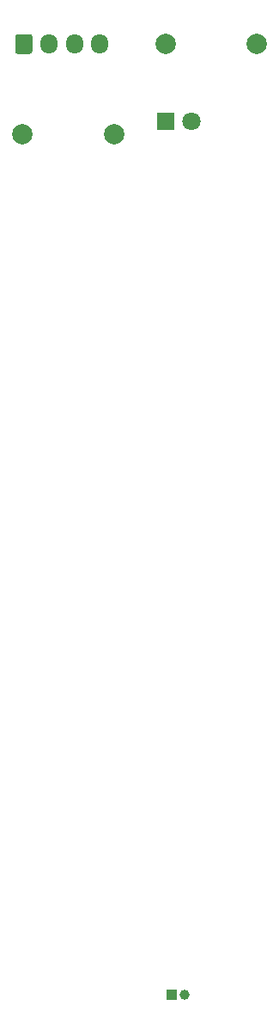
<source format=gbr>
%TF.GenerationSoftware,KiCad,Pcbnew,(5.1.10)-1*%
%TF.CreationDate,2021-08-01T16:07:59+01:00*%
%TF.ProjectId,ir_sensor,69725f73-656e-4736-9f72-2e6b69636164,rev?*%
%TF.SameCoordinates,Original*%
%TF.FileFunction,Soldermask,Bot*%
%TF.FilePolarity,Negative*%
%FSLAX46Y46*%
G04 Gerber Fmt 4.6, Leading zero omitted, Abs format (unit mm)*
G04 Created by KiCad (PCBNEW (5.1.10)-1) date 2021-08-01 16:07:59*
%MOMM*%
%LPD*%
G01*
G04 APERTURE LIST*
%ADD10C,2.000000*%
%ADD11R,1.000000X1.000000*%
%ADD12C,1.000000*%
%ADD13O,1.700000X1.950000*%
%ADD14C,1.800000*%
%ADD15R,1.800000X1.800000*%
G04 APERTURE END LIST*
D10*
%TO.C,R2*%
X142670000Y-38550000D03*
X151670000Y-38550000D03*
%TD*%
%TO.C,R1*%
X165750000Y-29660000D03*
X156750000Y-29660000D03*
%TD*%
D11*
%TO.C,Q1*%
X157365000Y-123175000D03*
D12*
X158635000Y-123175000D03*
%TD*%
D13*
%TO.C,J1*%
X150280000Y-29660000D03*
X147780000Y-29660000D03*
X145280000Y-29660000D03*
G36*
G01*
X141930000Y-30385000D02*
X141930000Y-28935000D01*
G75*
G02*
X142180000Y-28685000I250000J0D01*
G01*
X143380000Y-28685000D01*
G75*
G02*
X143630000Y-28935000I0J-250000D01*
G01*
X143630000Y-30385000D01*
G75*
G02*
X143380000Y-30635000I-250000J0D01*
G01*
X142180000Y-30635000D01*
G75*
G02*
X141930000Y-30385000I0J250000D01*
G01*
G37*
%TD*%
D14*
%TO.C,D1*%
X159290000Y-37280000D03*
D15*
X156750000Y-37280000D03*
%TD*%
M02*

</source>
